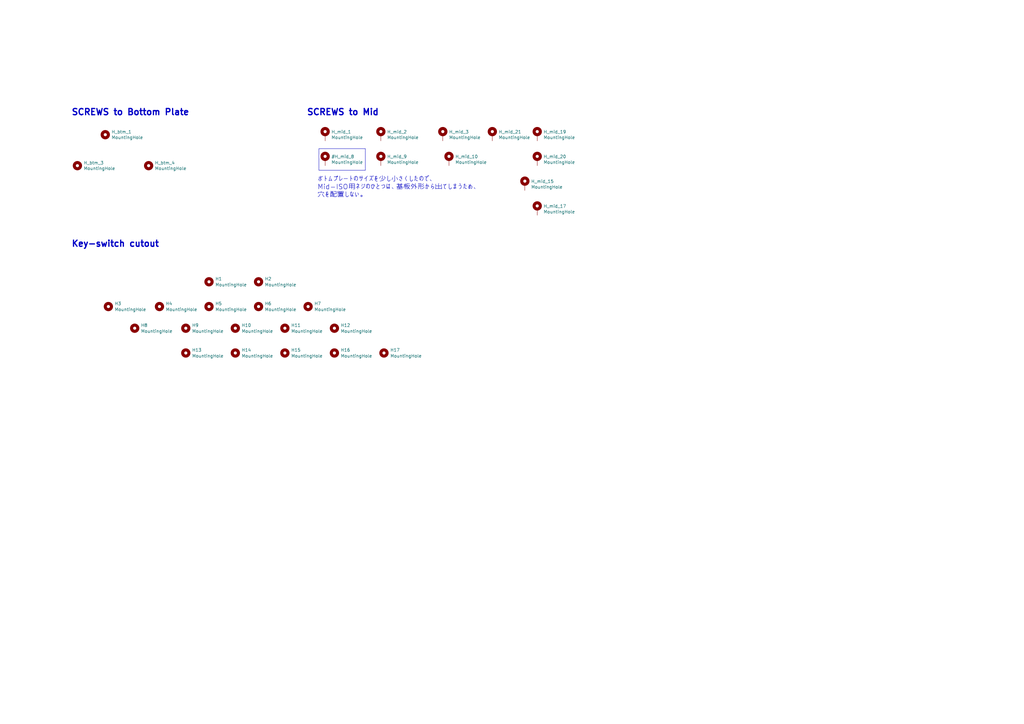
<source format=kicad_sch>
(kicad_sch (version 20231120) (generator "eeschema") (generator_version "8.0")
  (paper "A3")
  (title_block (title "Sandy") (date "2023-01-04") (rev "v.0") (company "@jpskenn"))
  (lib_symbols
    (symbol "Mechanical:MountingHole" (pin_names (offset 1.016))
      (property "Reference" "H" (at 0 5.08 0))
      (property "Value" "MountingHole" (at 0 3.175 0))
      (symbol "MountingHole_0_1"
        (circle (center 0 0) (radius 1.27) (stroke (width 1.27)))
      )
    )
    (symbol "Mechanical:MountingHole_Pad" (pin_numbers hide) (pin_names (offset 1.016) hide)
      (property "Reference" "H" (at 0 6.35 0))
      (property "Value" "MountingHole_Pad" (at 0 4.445 0))
      (symbol "MountingHole_Pad_0_1"
        (circle (center 0 1.27) (radius 1.27) (stroke (width 1.27)))
      )
      (symbol "MountingHole_Pad_1_1"
        (pin input line (at 0 -2.54 90) (length 2.54) (name "1") (number "1"))
      )
    )
    (symbol "MountingHole_1" (pin_names (offset 1.016)) (exclude_from_sim yes) (in_bom no)
      (property "Reference" "H" (at 0 5.08 0))
      (property "Value" "MountingHole" (at 0 3.175 0))
      (symbol "MountingHole_1_0_1"
        (circle (center 0 0) (radius 1.27) (stroke (width 1.27)))
      )
    )
  )
  (bus_alias "def-a" (members "row0" "row5" "col0" "col1"))
  (rectangle (start 130.81 60.96) (end 149.86 69.85))
  (text "SCREWS to Mid" (at 125.73 47.625 0) (effects (font (size 2.54 2.54) (thickness 0.508) (bold yes)) (justify left bottom)))
  (text "SCREWS to Bottom Plate" (at 29.21 47.625 0) (effects (font (size 2.54 2.54) (thickness 0.508) (bold yes)) (justify left bottom)))
  (text "Key-switch cutout" (at 29.21 101.6 0) (effects (font (size 2.54 2.54) (thickness 0.508) (bold yes)) (justify left bottom)))
  (text "ボトムプレートのサイズを少し小さくしたので、\nMid-ISO用ネジのひとつは、基板外形から出てしまうため、\n穴を配置しない。" (at 130.175 76.835 0) (effects (font (size 2 2)) (justify left)))
  (symbol (lib_name "MountingHole_1") (lib_id "Mechanical:MountingHole") (at 126.365 125.73 0) (unit 1) (exclude_from_sim yes) (in_bom no)
    (property "Reference" "H7" (at 128.905 124.5178 0) (effects (justify left)))
    (property "Value" "MountingHole" (at 128.905 126.9421 0) (effects (justify left)))
    (property "Footprint" "locallib:Kailh_socket_ChocV2_cutout_type2" (effects (hide yes)))
    (property "Description" "Mounting Hole without connection" (effects (hide yes)))
  )
  (symbol (lib_name "MountingHole_1") (lib_id "Mechanical:MountingHole") (at 157.48 144.78 0) (unit 1) (exclude_from_sim yes) (in_bom no)
    (property "Reference" "H17" (at 160.02 143.5678 0) (effects (justify left)))
    (property "Value" "MountingHole" (at 160.02 145.9921 0) (effects (justify left)))
    (property "Footprint" "locallib:Kailh_socket_ChocV2_cutout_type2" (effects (hide yes)))
    (property "Description" "Mounting Hole without connection" (effects (hide yes)))
  )
  (symbol (lib_name "MountingHole_1") (lib_id "Mechanical:MountingHole") (at 55.245 134.62 0) (unit 1) (exclude_from_sim yes) (in_bom no)
    (property "Reference" "H8" (at 57.785 133.4078 0) (effects (justify left)))
    (property "Value" "MountingHole" (at 57.785 135.8321 0) (effects (justify left)))
    (property "Footprint" "locallib:Kailh_socket_ChocV2_cutout_type2" (effects (hide yes)))
    (property "Description" "Mounting Hole without connection" (effects (hide yes)))
  )
  (symbol (lib_id "Mechanical:MountingHole_Pad") (at 133.35 55.245 0) (unit 1)
    (property "Reference" "H_mid_1" (at 135.89 54.0766 0) (effects (justify left)))
    (property "Value" "MountingHole" (at 135.89 56.388 0) (effects (justify left)))
    (property "Footprint" "locallib:MountingHole_2.2mm_M2_no_REF" (effects (hide yes)))
  )
  (symbol (lib_name "MountingHole_1") (lib_id "Mechanical:MountingHole") (at 116.84 144.78 0) (unit 1) (exclude_from_sim yes) (in_bom no)
    (property "Reference" "H15" (at 119.38 143.5678 0) (effects (justify left)))
    (property "Value" "MountingHole" (at 119.38 145.9921 0) (effects (justify left)))
    (property "Footprint" "locallib:Kailh_socket_ChocV2_cutout_type2" (effects (hide yes)))
    (property "Description" "Mounting Hole without connection" (effects (hide yes)))
  )
  (symbol (lib_name "MountingHole_1") (lib_id "Mechanical:MountingHole") (at 96.52 134.62 0) (unit 1) (exclude_from_sim yes) (in_bom no)
    (property "Reference" "H10" (at 99.06 133.4078 0) (effects (justify left)))
    (property "Value" "MountingHole" (at 99.06 135.8321 0) (effects (justify left)))
    (property "Footprint" "locallib:Kailh_socket_ChocV2_cutout_type2" (effects (hide yes)))
    (property "Description" "Mounting Hole without connection" (effects (hide yes)))
  )
  (symbol (lib_id "Mechanical:MountingHole_Pad") (at 201.93 55.245 0) (unit 1)
    (property "Reference" "H_mid_21" (at 204.47 54.0766 0) (effects (justify left)))
    (property "Value" "MountingHole" (at 204.47 56.388 0) (effects (justify left)))
    (property "Footprint" "locallib:MountingHole_2.2mm_M2_no_REF" (effects (hide yes)))
  )
  (symbol (lib_name "MountingHole_1") (lib_id "Mechanical:MountingHole") (at 85.725 125.73 0) (unit 1) (exclude_from_sim yes) (in_bom no)
    (property "Reference" "H5" (at 88.265 124.5178 0) (effects (justify left)))
    (property "Value" "MountingHole" (at 88.265 126.9421 0) (effects (justify left)))
    (property "Footprint" "locallib:Kailh_socket_ChocV2_cutout_type2" (effects (hide yes)))
    (property "Description" "Mounting Hole without connection" (effects (hide yes)))
  )
  (symbol (lib_name "MountingHole_1") (lib_id "Mechanical:MountingHole") (at 76.2 144.78 0) (unit 1) (exclude_from_sim yes) (in_bom no)
    (property "Reference" "H13" (at 78.74 143.5678 0) (effects (justify left)))
    (property "Value" "MountingHole" (at 78.74 145.9921 0) (effects (justify left)))
    (property "Footprint" "locallib:Kailh_socket_ChocV2_and_RotaryEncoder_cutout_type2" (effects (hide yes)))
    (property "Description" "Mounting Hole without connection" (effects (hide yes)))
  )
  (symbol (lib_id "Mechanical:MountingHole_Pad") (at 133.35 65.405 0) (unit 1)
    (property "Reference" "#H_mid_8" (at 135.89 64.2366 0) (effects (justify left)))
    (property "Value" "MountingHole" (at 135.89 66.548 0) (effects (justify left)))
    (property "Footprint" "locallib:MountingHole_2.2mm_M2_no_REF" (effects (hide yes)))
  )
  (symbol (lib_name "MountingHole_1") (lib_id "Mechanical:MountingHole") (at 106.045 125.73 0) (unit 1) (exclude_from_sim yes) (in_bom no)
    (property "Reference" "H6" (at 108.585 124.5178 0) (effects (justify left)))
    (property "Value" "MountingHole" (at 108.585 126.9421 0) (effects (justify left)))
    (property "Footprint" "locallib:Kailh_socket_ChocV2_cutout_type2" (effects (hide yes)))
    (property "Description" "Mounting Hole without connection" (effects (hide yes)))
  )
  (symbol (lib_name "MountingHole_1") (lib_id "Mechanical:MountingHole") (at 85.725 115.57 0) (unit 1) (exclude_from_sim yes) (in_bom no)
    (property "Reference" "H1" (at 88.265 114.3578 0) (effects (justify left)))
    (property "Value" "MountingHole" (at 88.265 116.7821 0) (effects (justify left)))
    (property "Footprint" "locallib:Kailh_socket_ChocV2_cutout_type2" (effects (hide yes)))
    (property "Description" "Mounting Hole without connection" (effects (hide yes)))
  )
  (symbol (lib_id "Mechanical:MountingHole") (at 60.96 67.945 0) (unit 1)
    (property "Reference" "H_btm_4" (at 63.5 66.7766 0) (effects (justify left)))
    (property "Value" "MountingHole" (at 63.5 69.088 0) (effects (justify left)))
    (property "Footprint" "locallib:MountingHole_2.2mm_M2_no_REF" (effects (hide yes)))
  )
  (symbol (lib_name "MountingHole_1") (lib_id "Mechanical:MountingHole") (at 116.84 134.62 0) (unit 1) (exclude_from_sim yes) (in_bom no)
    (property "Reference" "H11" (at 119.38 133.4078 0) (effects (justify left)))
    (property "Value" "MountingHole" (at 119.38 135.8321 0) (effects (justify left)))
    (property "Footprint" "locallib:Kailh_socket_ChocV2_cutout_type2" (effects (hide yes)))
    (property "Description" "Mounting Hole without connection" (effects (hide yes)))
  )
  (symbol (lib_name "MountingHole_1") (lib_id "Mechanical:MountingHole") (at 106.045 115.57 0) (unit 1) (exclude_from_sim yes) (in_bom no)
    (property "Reference" "H2" (at 108.585 114.3578 0) (effects (justify left)))
    (property "Value" "MountingHole" (at 108.585 116.7821 0) (effects (justify left)))
    (property "Footprint" "locallib:Kailh_socket_ChocV2_cutout_type2" (effects (hide yes)))
    (property "Description" "Mounting Hole without connection" (effects (hide yes)))
  )
  (symbol (lib_name "MountingHole_1") (lib_id "Mechanical:MountingHole") (at 44.45 125.73 0) (unit 1) (exclude_from_sim yes) (in_bom no)
    (property "Reference" "H3" (at 46.99 124.5178 0) (effects (justify left)))
    (property "Value" "MountingHole" (at 46.99 126.9421 0) (effects (justify left)))
    (property "Footprint" "locallib:Kailh_socket_ChocV2_cutout_type2" (effects (hide yes)))
    (property "Description" "Mounting Hole without connection" (effects (hide yes)))
  )
  (symbol (lib_name "MountingHole_1") (lib_id "Mechanical:MountingHole") (at 96.52 144.78 0) (unit 1) (exclude_from_sim yes) (in_bom no)
    (property "Reference" "H14" (at 99.06 143.5678 0) (effects (justify left)))
    (property "Value" "MountingHole" (at 99.06 145.9921 0) (effects (justify left)))
    (property "Footprint" "locallib:Kailh_socket_ChocV2_cutout_type2" (effects (hide yes)))
    (property "Description" "Mounting Hole without connection" (effects (hide yes)))
  )
  (symbol (lib_id "Mechanical:MountingHole_Pad") (at 156.21 65.405 0) (unit 1)
    (property "Reference" "H_mid_9" (at 158.75 64.2366 0) (effects (justify left)))
    (property "Value" "MountingHole" (at 158.75 66.548 0) (effects (justify left)))
    (property "Footprint" "locallib:MountingHole_2.2mm_M2_no_REF" (effects (hide yes)))
  )
  (symbol (lib_id "Mechanical:MountingHole_Pad") (at 181.61 55.245 0) (unit 1)
    (property "Reference" "H_mid_3" (at 184.15 54.0766 0) (effects (justify left)))
    (property "Value" "MountingHole" (at 184.15 56.388 0) (effects (justify left)))
    (property "Footprint" "locallib:MountingHole_2.2mm_M2_no_REF" (effects (hide yes)))
  )
  (symbol (lib_id "Mechanical:MountingHole_Pad") (at 220.345 65.405 0) (unit 1)
    (property "Reference" "H_mid_20" (at 222.885 64.2366 0) (effects (justify left)))
    (property "Value" "MountingHole" (at 222.885 66.548 0) (effects (justify left)))
    (property "Footprint" "locallib:MountingHole_2.2mm_M2_no_REF" (effects (hide yes)))
  )
  (symbol (lib_id "Mechanical:MountingHole") (at 31.75 67.945 0) (unit 1)
    (property "Reference" "H_btm_3" (at 34.29 66.7766 0) (effects (justify left)))
    (property "Value" "MountingHole" (at 34.29 69.088 0) (effects (justify left)))
    (property "Footprint" "locallib:MountingHole_2.2mm_M2_no_REF" (effects (hide yes)))
  )
  (symbol (lib_id "Mechanical:MountingHole_Pad") (at 215.265 75.565 0) (unit 1)
    (property "Reference" "H_mid_15" (at 217.805 74.3966 0) (effects (justify left)))
    (property "Value" "MountingHole" (at 217.805 76.708 0) (effects (justify left)))
    (property "Footprint" "locallib:MountingHole_2.2mm_M2_no_REF" (effects (hide yes)))
  )
  (symbol (lib_id "Mechanical:MountingHole_Pad") (at 156.21 55.245 0) (unit 1)
    (property "Reference" "H_mid_2" (at 158.75 54.0766 0) (effects (justify left)))
    (property "Value" "MountingHole" (at 158.75 56.388 0) (effects (justify left)))
    (property "Footprint" "locallib:MountingHole_2.2mm_M2_no_REF" (effects (hide yes)))
  )
  (symbol (lib_name "MountingHole_1") (lib_id "Mechanical:MountingHole") (at 65.405 125.73 0) (unit 1) (exclude_from_sim yes) (in_bom no)
    (property "Reference" "H4" (at 67.945 124.5178 0) (effects (justify left)))
    (property "Value" "MountingHole" (at 67.945 126.9421 0) (effects (justify left)))
    (property "Footprint" "locallib:Kailh_socket_ChocV2_cutout_type2" (effects (hide yes)))
    (property "Description" "Mounting Hole without connection" (effects (hide yes)))
  )
  (symbol (lib_id "Mechanical:MountingHole") (at 43.18 55.245 0) (unit 1)
    (property "Reference" "H_btm_1" (at 45.72 54.0766 0) (effects (justify left)))
    (property "Value" "MountingHole" (at 45.72 56.388 0) (effects (justify left)))
    (property "Footprint" "locallib:MountingHole_2.2mm_M2_no_REF" (effects (hide yes)))
  )
  (symbol (lib_id "Mechanical:MountingHole_Pad") (at 220.345 85.725 0) (unit 1)
    (property "Reference" "H_mid_17" (at 222.885 84.5566 0) (effects (justify left)))
    (property "Value" "MountingHole" (at 222.885 86.868 0) (effects (justify left)))
    (property "Footprint" "locallib:MountingHole_2.2mm_M2_no_REF" (effects (hide yes)))
  )
  (symbol (lib_name "MountingHole_1") (lib_id "Mechanical:MountingHole") (at 137.16 144.78 0) (unit 1) (exclude_from_sim yes) (in_bom no)
    (property "Reference" "H16" (at 139.7 143.5678 0) (effects (justify left)))
    (property "Value" "MountingHole" (at 139.7 145.9921 0) (effects (justify left)))
    (property "Footprint" "locallib:Kailh_socket_ChocV2_cutout_type2" (effects (hide yes)))
    (property "Description" "Mounting Hole without connection" (effects (hide yes)))
  )
  (symbol (lib_name "MountingHole_1") (lib_id "Mechanical:MountingHole") (at 137.16 134.62 0) (unit 1) (exclude_from_sim yes) (in_bom no)
    (property "Reference" "H12" (at 139.7 133.4078 0) (effects (justify left)))
    (property "Value" "MountingHole" (at 139.7 135.8321 0) (effects (justify left)))
    (property "Footprint" "locallib:Kailh_socket_ChocV2_cutout_type2" (effects (hide yes)))
    (property "Description" "Mounting Hole without connection" (effects (hide yes)))
  )
  (symbol (lib_id "Mechanical:MountingHole_Pad") (at 220.345 55.245 0) (unit 1)
    (property "Reference" "H_mid_19" (at 222.885 54.0766 0) (effects (justify left)))
    (property "Value" "MountingHole" (at 222.885 56.388 0) (effects (justify left)))
    (property "Footprint" "locallib:MountingHole_2.2mm_M2_no_REF" (effects (hide yes)))
  )
  (symbol (lib_id "Mechanical:MountingHole_Pad") (at 184.15 65.405 0) (unit 1)
    (property "Reference" "H_mid_10" (at 186.69 64.2366 0) (effects (justify left)))
    (property "Value" "MountingHole" (at 186.69 66.548 0) (effects (justify left)))
    (property "Footprint" "locallib:MountingHole_2.2mm_M2_no_REF" (effects (hide yes)))
  )
  (symbol (lib_name "MountingHole_1") (lib_id "Mechanical:MountingHole") (at 76.2 134.62 0) (unit 1) (exclude_from_sim yes) (in_bom no)
    (property "Reference" "H9" (at 78.74 133.4078 0) (effects (justify left)))
    (property "Value" "MountingHole" (at 78.74 135.8321 0) (effects (justify left)))
    (property "Footprint" "locallib:Kailh_socket_ChocV2_cutout_type2" (effects (hide yes)))
    (property "Description" "Mounting Hole without connection" (effects (hide yes)))
  )
)
</source>
